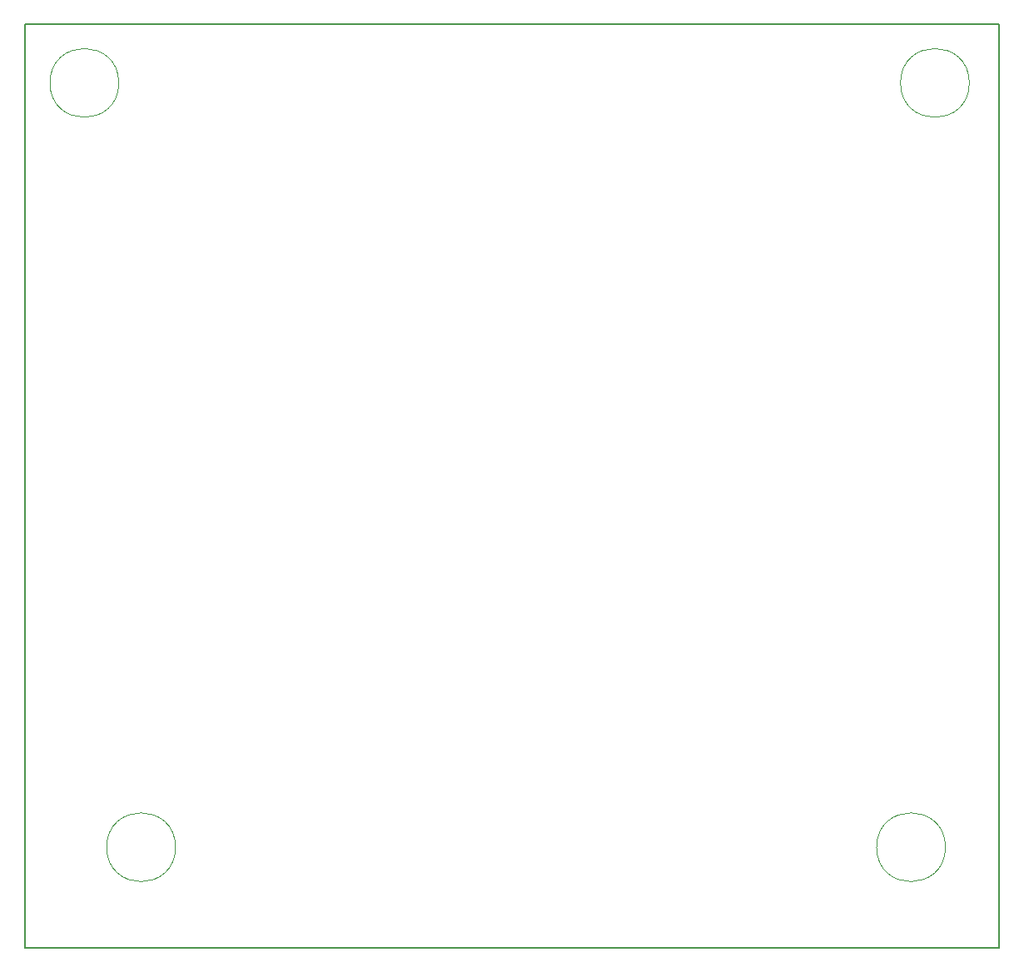
<source format=gbr>
%TF.GenerationSoftware,KiCad,Pcbnew,(5.0.2)-1*%
%TF.CreationDate,2020-07-21T09:41:45-06:00*%
%TF.ProjectId,power_interface,706f7765-725f-4696-9e74-657266616365,rev?*%
%TF.SameCoordinates,Original*%
%TF.FileFunction,Paste,Top*%
%TF.FilePolarity,Positive*%
%FSLAX46Y46*%
G04 Gerber Fmt 4.6, Leading zero omitted, Abs format (unit mm)*
G04 Created by KiCad (PCBNEW (5.0.2)-1) date 7/21/2020 9:41:45 AM*
%MOMM*%
%LPD*%
G01*
G04 APERTURE LIST*
%ADD10C,0.020000*%
%ADD11C,0.200000*%
G04 APERTURE END LIST*
D10*
X193000028Y-59000000D02*
G75*
G03X193000028Y-59000000I-3500014J0D01*
G01*
X106500014Y-59000000D02*
G75*
G03X106500014Y-59000000I-3500014J0D01*
G01*
D11*
X196000000Y-53000000D02*
X196000000Y-147000000D01*
X97000000Y-53000000D02*
X196000000Y-53000000D01*
X97000000Y-147000000D02*
X97000000Y-53000000D01*
X196000000Y-147000000D02*
X97000000Y-147000000D01*
D10*
X112270014Y-136760000D02*
G75*
G03X112270014Y-136760000I-3500014J0D01*
G01*
X190570014Y-136760000D02*
G75*
G03X190570014Y-136760000I-3500014J0D01*
G01*
M02*

</source>
